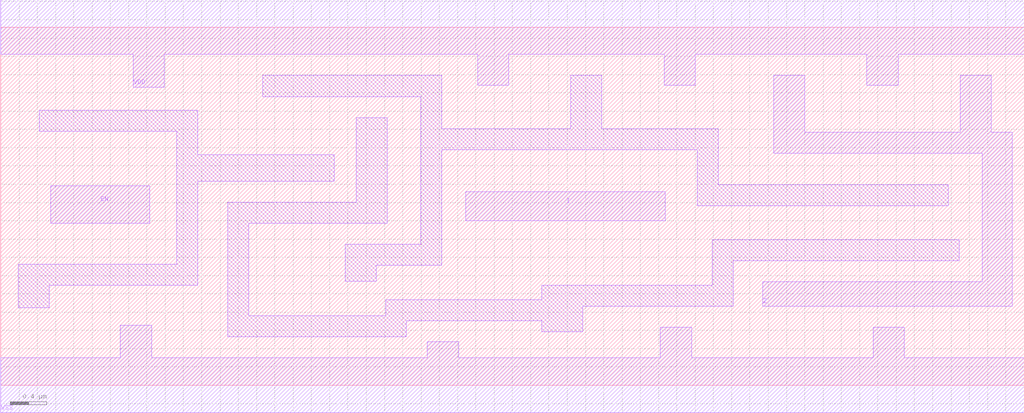
<source format=lef>
# Copyright 2022 GlobalFoundries PDK Authors
#
# Licensed under the Apache License, Version 2.0 (the "License");
# you may not use this file except in compliance with the License.
# You may obtain a copy of the License at
#
#      http://www.apache.org/licenses/LICENSE-2.0
#
# Unless required by applicable law or agreed to in writing, software
# distributed under the License is distributed on an "AS IS" BASIS,
# WITHOUT WARRANTIES OR CONDITIONS OF ANY KIND, either express or implied.
# See the License for the specific language governing permissions and
# limitations under the License.

MACRO gf180mcu_fd_sc_mcu7t5v0__bufz_3
  CLASS core ;
  FOREIGN gf180mcu_fd_sc_mcu7t5v0__bufz_3 0.0 0.0 ;
  ORIGIN 0 0 ;
  SYMMETRY X Y ;
  SITE GF018hv5v_mcu_sc7 ;
  SIZE 11.2 BY 3.92 ;
  PIN EN
    DIRECTION INPUT ;
    ANTENNAGATEAREA 1.929 ;
    PORT
      LAYER Metal1 ;
        POLYGON 0.545 1.775 1.63 1.775 1.63 2.185 0.545 2.185  ;
    END
  END EN
  PIN I
    DIRECTION INPUT ;
    ANTENNAGATEAREA 1.658 ;
    PORT
      LAYER Metal1 ;
        POLYGON 5.09 1.8 7.275 1.8 7.275 2.12 5.09 2.12  ;
    END
  END I
  PIN Z
    DIRECTION OUTPUT ;
    ANTENNADIFFAREA 1.9152 ;
    PORT
      LAYER Metal1 ;
        POLYGON 8.46 2.54 10.37 2.54 10.49 2.54 10.74 2.54 10.74 1.135 8.34 1.135 8.34 0.865 11.07 0.865 11.07 2.77 10.84 2.77 10.84 3.39 10.5 3.39 10.5 2.77 10.49 2.77 10.37 2.77 8.8 2.77 8.8 3.39 8.46 3.39  ;
    END
  END Z
  PIN VDD
    DIRECTION INOUT ;
    USE power ;
    SHAPE ABUTMENT ;
    PORT
      LAYER Metal1 ;
        POLYGON 0 3.62 1.45 3.62 1.45 3.26 1.79 3.26 1.79 3.62 5.22 3.62 5.22 3.285 5.56 3.285 5.56 3.62 7.26 3.62 7.26 3.285 7.6 3.285 7.6 3.62 9.48 3.62 9.48 3.285 9.82 3.285 9.82 3.62 10.37 3.62 10.49 3.62 11.2 3.62 11.2 4.22 10.49 4.22 10.37 4.22 0 4.22  ;
    END
  END VDD
  PIN VSS
    DIRECTION INOUT ;
    USE ground ;
    SHAPE ABUTMENT ;
    PORT
      LAYER Metal1 ;
        POLYGON 0 -0.3 11.2 -0.3 11.2 0.3 9.89 0.3 9.89 0.635 9.55 0.635 9.55 0.3 7.56 0.3 7.56 0.635 7.22 0.635 7.22 0.3 5.01 0.3 5.01 0.475 4.67 0.475 4.67 0.3 1.65 0.3 1.65 0.655 1.31 0.655 1.31 0.3 0 0.3  ;
    END
  END VSS
  OBS
      LAYER Metal1 ;
        POLYGON 0.42 2.78 1.925 2.78 1.925 1.325 0.19 1.325 0.19 0.85 0.53 0.85 0.53 1.095 2.155 1.095 2.155 2.235 3.65 2.235 3.65 2.52 2.155 2.52 2.155 3.01 0.42 3.01  ;
        POLYGON 2.87 3.16 4.595 3.16 4.595 1.545 3.77 1.545 3.77 1.14 4.11 1.14 4.11 1.315 4.825 1.315 4.825 2.575 7.625 2.575 7.625 1.965 10.37 1.965 10.37 2.195 7.855 2.195 7.855 2.805 6.58 2.805 6.58 3.39 6.24 3.39 6.24 2.805 4.825 2.805 4.825 3.39 2.87 3.39  ;
        POLYGON 2.485 0.53 4.44 0.53 4.44 0.705 5.92 0.705 5.92 0.585 6.37 0.585 6.37 0.865 8.015 0.865 8.015 1.365 10.49 1.365 10.49 1.595 7.785 1.595 7.785 1.095 5.92 1.095 5.92 0.935 4.215 0.935 4.215 0.76 2.715 0.76 2.715 1.775 4.23 1.775 4.23 2.93 3.89 2.93 3.89 2.005 2.485 2.005  ;
  END
END gf180mcu_fd_sc_mcu7t5v0__bufz_3

</source>
